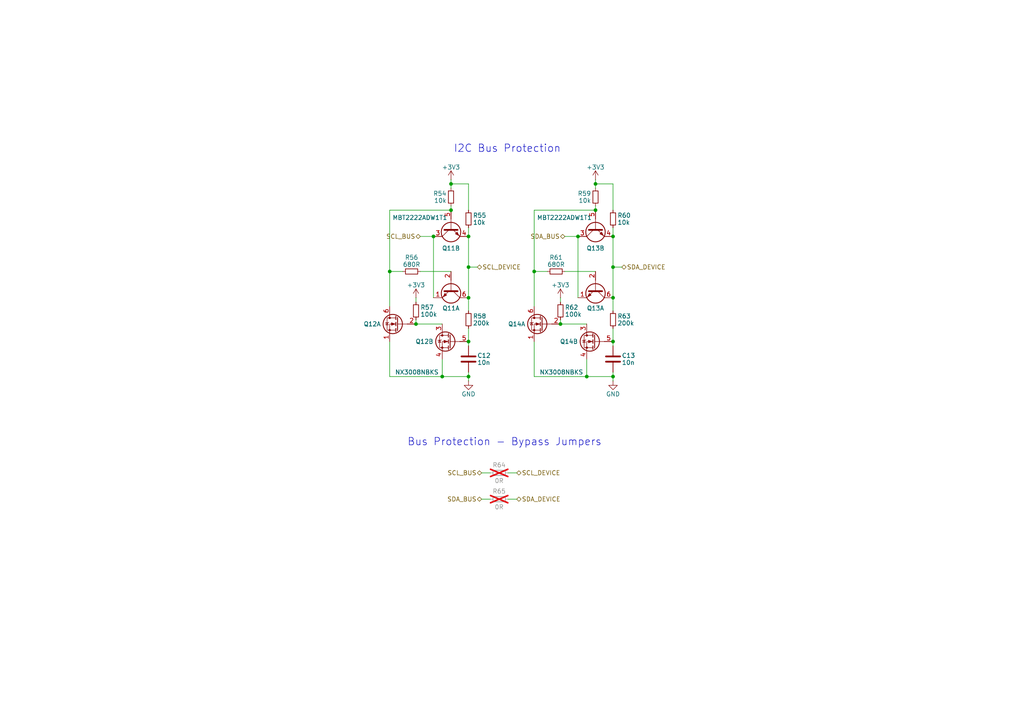
<source format=kicad_sch>
(kicad_sch (version 20250114) (generator "eeschema") (generator_version "9.0")
  (paper "A4")
  (title_block (title "Argus Batteryboard") (date "2025-01-08") (rev "v3.0") (company "Carnegie Mellon University") (comment 1 "M. Holliday") (comment 2 "N. Khera") (comment 3 "V. Rajesh"))
  (lib_symbols
    (symbol "Device:C" (pin_numbers (hide yes)) (pin_names (offset 0.254))
      (property "Reference" "C" (at 0.635 2.54 0))
      (property "Value" "C" (at 0.635 -2.54 0))
      (symbol "C_0_1"
        (polyline (pts (xy -2.032 0.762) (xy 2.032 0.762)) (stroke (width 0.508)))
        (polyline (pts (xy -2.032 -0.762) (xy 2.032 -0.762)) (stroke (width 0.508)))
      )
      (symbol "C_1_1"
        (pin passive line (at 0 3.81 270) (length 2.794) (name "~") (number "1"))
        (pin passive line (at 0 -3.81 90) (length 2.794) (name "~") (number "2"))
      )
    )
    (symbol "Device:Q_Dual_NMOS_S1G1D2S2G2D1" (pin_names (offset 0) (hide yes))
      (property "Reference" "Q" (at 6.35 1.27 0))
      (property "Value" "Q_Dual_NMOS_S1G1D2S2G2D1" (at 19.05 -1.27 0))
      (symbol "Q_Dual_NMOS_S1G1D2S2G2D1_0_1"
        (polyline (pts (xy 0.254 1.905) (xy 0.254 -1.905)) (stroke (width 0.254)))
        (polyline (pts (xy 0.254 0) (xy -2.54 0)))
        (polyline (pts (xy 0.762 2.286) (xy 0.762 1.27)) (stroke (width 0.254)))
        (polyline (pts (xy 0.762 0.508) (xy 0.762 -0.508)) (stroke (width 0.254)))
        (polyline (pts (xy 0.762 -1.27) (xy 0.762 -2.286)) (stroke (width 0.254)))
        (polyline (pts (xy 0.762 -1.778) (xy 3.302 -1.778) (xy 3.302 1.778) (xy 0.762 1.778)))
        (polyline (pts (xy 1.016 0) (xy 2.032 0.381) (xy 2.032 -0.381) (xy 1.016 0)) (fill (type outline)))
        (circle (center 1.651 0) (radius 2.794) (stroke (width 0.254)))
        (polyline (pts (xy 2.54 2.54) (xy 2.54 1.778)))
        (circle (center 2.54 1.778) (radius 0.254) (fill (type outline)))
        (circle (center 2.54 -1.778) (radius 0.254) (fill (type outline)))
        (polyline (pts (xy 2.54 -2.54) (xy 2.54 0) (xy 0.762 0)))
        (polyline (pts (xy 2.794 0.508) (xy 2.921 0.381) (xy 3.683 0.381) (xy 3.81 0.254)))
        (polyline (pts (xy 3.302 0.381) (xy 2.921 -0.254) (xy 3.683 -0.254) (xy 3.302 0.381)))
      )
      (symbol "Q_Dual_NMOS_S1G1D2S2G2D1_1_1"
        (pin input line (at -5.08 0 0) (length 2.54) (name "G") (number "2"))
        (pin passive line (at 2.54 5.08 270) (length 2.54) (name "D") (number "6"))
        (pin passive line (at 2.54 -5.08 90) (length 2.54) (name "S") (number "1"))
      )
      (symbol "Q_Dual_NMOS_S1G1D2S2G2D1_2_1"
        (pin input line (at -5.08 0 0) (length 2.54) (name "G") (number "5"))
        (pin passive line (at 2.54 5.08 270) (length 2.54) (name "D") (number "3"))
        (pin passive line (at 2.54 -5.08 90) (length 2.54) (name "S") (number "4"))
      )
    )
    (symbol "Device:R_Small" (pin_numbers (hide yes)) (pin_names (offset 0.254) (hide yes))
      (property "Reference" "R" (at 0 0 90))
      (property "Value" "R_Small" (at 1.778 0 90))
      (symbol "R_Small_0_1"
        (rectangle (start -0.762 1.778) (end 0.762 -1.778) (stroke (width 0.2032)))
      )
      (symbol "R_Small_1_1"
        (pin passive line (at 0 2.54 270) (length 0.762) (name "~") (number "1"))
        (pin passive line (at 0 -2.54 90) (length 0.762) (name "~") (number "2"))
      )
    )
    (symbol "Transistor_BJT:MBT2222ADW1T1" (pin_names (offset 0) (hide yes))
      (property "Reference" "Q" (at 5.08 1.27 0))
      (property "Value" "MBT2222ADW1T1" (at 5.08 -1.27 0))
      (symbol "MBT2222ADW1T1_0_1"
        (polyline (pts (xy 0.635 1.905) (xy 0.635 -1.905)) (stroke (width 0.508)))
        (polyline (pts (xy 0.635 0.635) (xy 2.54 2.54)))
        (polyline (pts (xy 0.635 0) (xy -2.54 0)))
        (polyline (pts (xy 0.635 -0.635) (xy 2.54 -2.54)))
        (circle (center 1.27 0) (radius 2.8194) (stroke (width 0.254)))
        (polyline (pts (xy 1.27 -1.778) (xy 1.778 -1.27) (xy 2.286 -2.286) (xy 1.27 -1.778)) (fill (type outline)))
      )
      (symbol "MBT2222ADW1T1_1_1"
        (pin input line (at -5.08 0 0) (length 2.54) (name "B1") (number "2"))
        (pin passive line (at 2.54 5.08 270) (length 2.54) (name "C1") (number "6"))
        (pin passive line (at 2.54 -5.08 90) (length 2.54) (name "E1") (number "1"))
      )
      (symbol "MBT2222ADW1T1_2_1"
        (pin input line (at -5.08 0 0) (length 2.54) (name "B2") (number "5"))
        (pin passive line (at 2.54 5.08 270) (length 2.54) (name "C2") (number "3"))
        (pin passive line (at 2.54 -5.08 90) (length 2.54) (name "E2") (number "4"))
      )
    )
    (symbol "power:+3V3" (power) (pin_numbers (hide yes)) (pin_names (offset 0) (hide yes))
      (property "Value" "+3V3" (at 0 3.556 0))
      (symbol "+3V3_0_1"
        (polyline (pts (xy -0.762 1.27) (xy 0 2.54)))
        (polyline (pts (xy 0 2.54) (xy 0.762 1.27)))
        (polyline (pts (xy 0 0) (xy 0 2.54)))
      )
      (symbol "+3V3_1_1"
        (pin power_in line (at 0 0 90) (length 0) (name "~") (number "1"))
      )
    )
    (symbol "power:GND" (power) (pin_numbers (hide yes)) (pin_names (offset 0) (hide yes))
      (property "Value" "GND" (at 0 -3.81 0))
      (symbol "GND_0_1"
        (polyline (pts (xy 0 0) (xy 0 -1.27) (xy 1.27 -1.27) (xy 0 -2.54) (xy -1.27 -1.27) (xy 0 -1.27)))
      )
      (symbol "GND_1_1"
        (pin power_in line (at 0 0 270) (length 0) (name "~") (number "1"))
      )
    )
  )
  (text "I2C Bus Protection" (at 131.572 44.45 0) (effects (font (size 2.159 2.159)) (justify left bottom)))
  (text "Bus Protection - Bypass Jumpers" (at 118.11 129.54 0) (effects (font (size 2.159 2.159)) (justify left bottom)))
  (junction (at 135.89 68.58))
  (junction (at 113.03 78.74))
  (junction (at 177.8 109.22))
  (junction (at 167.64 68.58))
  (junction (at 130.81 53.34))
  (junction (at 154.94 78.74))
  (junction (at 135.89 109.22))
  (junction (at 135.89 86.36))
  (junction (at 177.8 77.47))
  (junction (at 177.8 86.36))
  (junction (at 162.56 93.98))
  (junction (at 172.72 53.34))
  (junction (at 125.73 68.58))
  (junction (at 135.89 99.06))
  (junction (at 128.27 109.22))
  (junction (at 135.89 77.47))
  (junction (at 177.8 68.58))
  (junction (at 120.65 93.98))
  (junction (at 170.18 109.22))
  (junction (at 177.8 99.06))
  (junction (at 130.81 60.96))
  (junction (at 172.72 60.96))
  (wire (pts (xy 135.89 110.49) (xy 135.89 109.22)))
  (wire (pts (xy 167.64 68.58) (xy 167.64 86.36)))
  (wire (pts (xy 120.65 93.98) (xy 128.27 93.98)))
  (wire (pts (xy 154.94 88.9) (xy 154.94 78.74)))
  (wire (pts (xy 177.8 86.36) (xy 177.8 77.47)))
  (wire (pts (xy 130.81 59.69) (xy 130.81 60.96)))
  (wire (pts (xy 121.92 78.74) (xy 130.81 78.74)))
  (wire (pts (xy 177.8 77.47) (xy 177.8 68.58)))
  (wire (pts (xy 154.94 78.74) (xy 158.75 78.74)))
  (wire (pts (xy 177.8 66.04) (xy 177.8 68.58)))
  (wire (pts (xy 170.18 104.14) (xy 170.18 109.22)))
  (wire (pts (xy 113.03 99.06) (xy 113.03 109.22)))
  (wire (pts (xy 135.89 53.34) (xy 135.89 60.96)))
  (wire (pts (xy 154.94 99.06) (xy 154.94 109.22)))
  (wire (pts (xy 147.32 144.78) (xy 149.86 144.78)))
  (wire (pts (xy 172.72 53.34) (xy 172.72 54.61)))
  (wire (pts (xy 177.8 53.34) (xy 172.72 53.34)))
  (wire (pts (xy 121.92 68.58) (xy 125.73 68.58)))
  (wire (pts (xy 177.8 95.25) (xy 177.8 99.06)))
  (wire (pts (xy 154.94 60.96) (xy 172.72 60.96)))
  (wire (pts (xy 177.8 86.36) (xy 177.8 90.17)))
  (wire (pts (xy 135.89 109.22) (xy 135.89 107.95)))
  (wire (pts (xy 177.8 100.33) (xy 177.8 99.06)))
  (wire (pts (xy 135.89 86.36) (xy 135.89 77.47)))
  (wire (pts (xy 139.7 144.78) (xy 142.24 144.78)))
  (wire (pts (xy 120.65 86.36) (xy 120.65 87.63)))
  (wire (pts (xy 113.03 78.74) (xy 116.84 78.74)))
  (wire (pts (xy 120.65 92.71) (xy 120.65 93.98)))
  (wire (pts (xy 163.83 78.74) (xy 172.72 78.74)))
  (wire (pts (xy 154.94 109.22) (xy 170.18 109.22)))
  (wire (pts (xy 177.8 53.34) (xy 177.8 60.96)))
  (wire (pts (xy 128.27 109.22) (xy 135.89 109.22)))
  (wire (pts (xy 128.27 104.14) (xy 128.27 109.22)))
  (wire (pts (xy 162.56 93.98) (xy 170.18 93.98)))
  (wire (pts (xy 170.18 109.22) (xy 177.8 109.22)))
  (wire (pts (xy 130.81 53.34) (xy 130.81 54.61)))
  (wire (pts (xy 172.72 59.69) (xy 172.72 60.96)))
  (wire (pts (xy 113.03 78.74) (xy 113.03 60.96)))
  (wire (pts (xy 125.73 68.58) (xy 125.73 86.36)))
  (wire (pts (xy 162.56 92.71) (xy 162.56 93.98)))
  (wire (pts (xy 138.43 77.47) (xy 135.89 77.47)))
  (wire (pts (xy 163.83 68.58) (xy 167.64 68.58)))
  (wire (pts (xy 130.81 52.07) (xy 130.81 53.34)))
  (wire (pts (xy 135.89 86.36) (xy 135.89 90.17)))
  (wire (pts (xy 154.94 78.74) (xy 154.94 60.96)))
  (wire (pts (xy 113.03 88.9) (xy 113.03 78.74)))
  (wire (pts (xy 162.56 86.36) (xy 162.56 87.63)))
  (wire (pts (xy 113.03 60.96) (xy 130.81 60.96)))
  (wire (pts (xy 177.8 110.49) (xy 177.8 109.22)))
  (wire (pts (xy 139.7 137.16) (xy 142.24 137.16)))
  (wire (pts (xy 130.81 53.34) (xy 135.89 53.34)))
  (wire (pts (xy 172.72 52.07) (xy 172.72 53.34)))
  (wire (pts (xy 180.34 77.47) (xy 177.8 77.47)))
  (wire (pts (xy 113.03 109.22) (xy 128.27 109.22)))
  (wire (pts (xy 135.89 77.47) (xy 135.89 68.58)))
  (wire (pts (xy 135.89 100.33) (xy 135.89 99.06)))
  (wire (pts (xy 147.32 137.16) (xy 149.86 137.16)))
  (wire (pts (xy 135.89 95.25) (xy 135.89 99.06)))
  (wire (pts (xy 135.89 66.04) (xy 135.89 68.58)))
  (wire (pts (xy 177.8 109.22) (xy 177.8 107.95)))
  (hierarchical_label "SCL_BUS" (shape bidirectional) (at 139.7 137.16 180))
  (hierarchical_label "SDA_BUS" (shape bidirectional) (at 163.83 68.58 180))
  (hierarchical_label "SDA_DEVICE" (shape bidirectional) (at 180.34 77.47 0))
  (hierarchical_label "SCL_DEVICE" (shape bidirectional) (at 149.86 137.16 0))
  (hierarchical_label "SCL_BUS" (shape bidirectional) (at 121.92 68.58 180))
  (hierarchical_label "SDA_DEVICE" (shape bidirectional) (at 149.86 144.78 0))
  (hierarchical_label "SCL_DEVICE" (shape bidirectional) (at 138.43 77.47 0))
  (hierarchical_label "SDA_BUS" (shape bidirectional) (at 139.7 144.78 180))
  (symbol (lib_id "Device:Q_Dual_NMOS_S1G1D2S2G2D1") (at 172.72 99.06 0) (mirror y) (unit 2)
    (property "Reference" "Q14" (at 167.64 99.06 0) (effects (justify left)))
    (property "Value" "NX3008NBKS" (effects (hide yes)))
    (property "Footprint" "Package_TO_SOT_SMD:SOT-363_SC-70-6" (effects (hide yes)))
    (property "Description" "Dual NMOS transistor, 6 pin package" (effects (hide yes)))
    (property "MPN" "C3280240" (effects (hide yes)))
  )
  (symbol (lib_id "Transistor_BJT:MBT2222ADW1T1") (at 172.72 66.04 90) (mirror x) (unit 2)
    (property "Reference" "Q13" (at 172.72 72.009 90))
    (property "Value" "MBT2222ADW1T1" (at 163.703 63.119 90))
    (property "Footprint" "Package_TO_SOT_SMD:SOT-363_SC-70-6" (effects (hide yes)))
    (property "Datasheet" "http://www.onsemi.com/pub_link/Collateral/MBT2222ADW1T1-D.PDF" (effects (hide yes)))
    (property "Description" "600mA IC, 40V Vce, Dual NPN/NPN Transistors, SOT-363" (effects (hide yes)))
    (property "Flight" "MBT2222ADW1T1G" (effects (hide yes)))
    (property "Manufacturer_Name" "ON Semiconductor" (effects (hide yes)))
    (property "Manufacturer_Part_Number" "MBT2222ADW1T1G" (effects (hide yes)))
    (property "Proto" "MBT2222ADW1T1G" (effects (hide yes)))
  )
  (symbol (lib_id "power:GND") (at 177.8 110.49 0) (unit 1)
    (property "Reference" "#PWR08" (effects (hide yes)))
    (property "Value" "GND" (at 177.8 114.3 0))
    (property "Description" "Power symbol creates a global label with name \"GND\" , ground" (effects (hide yes)))
  )
  (symbol (lib_id "power:+3V3") (at 162.56 86.36 0) (unit 1)
    (property "Reference" "#PWR06" (effects (hide yes)))
    (property "Value" "+3V3" (at 162.56 82.677 0))
    (property "Description" "Power symbol creates a global label with name \"+3V3\"" (effects (hide yes)))
  )
  (symbol (lib_id "Device:R_Small") (at 144.78 144.78 270) (unit 1) (in_bom no) (dnp yes)
    (property "Reference" "R65" (at 144.78 142.494 90))
    (property "Value" "0R" (at 144.78 147.066 90))
    (property "Footprint" "Resistor_SMD:R_0603_1608Metric" (effects (hide yes)))
    (property "Description" "Resistor, small symbol" (effects (hide yes)))
    (property "DNI" "DNI" (effects (hide yes)))
  )
  (symbol (lib_id "power:+3V3") (at 120.65 86.36 0) (unit 1)
    (property "Reference" "#PWR02" (effects (hide yes)))
    (property "Value" "+3V3" (at 120.65 82.677 0))
    (property "Description" "Power symbol creates a global label with name \"+3V3\"" (effects (hide yes)))
  )
  (symbol (lib_id "Transistor_BJT:MBT2222ADW1T1") (at 130.81 66.04 90) (mirror x) (unit 2)
    (property "Reference" "Q11" (at 130.81 72.009 90))
    (property "Value" "MBT2222ADW1T1" (at 121.793 63.119 90))
    (property "Footprint" "Package_TO_SOT_SMD:SOT-363_SC-70-6" (effects (hide yes)))
    (property "Datasheet" "http://www.onsemi.com/pub_link/Collateral/MBT2222ADW1T1-D.PDF" (effects (hide yes)))
    (property "Description" "600mA IC, 40V Vce, Dual NPN/NPN Transistors, SOT-363" (effects (hide yes)))
    (property "Flight" "MBT2222ADW1T1G" (effects (hide yes)))
    (property "Manufacturer_Name" "ON Semiconductor" (effects (hide yes)))
    (property "Manufacturer_Part_Number" "MBT2222ADW1T1G" (effects (hide yes)))
    (property "Proto" "MBT2222ADW1T1G" (effects (hide yes)))
  )
  (symbol (lib_id "Device:R_Small") (at 177.8 92.71 0) (unit 1)
    (property "Reference" "R63" (at 179.07 91.694 0) (effects (justify left)))
    (property "Value" "200k" (at 179.07 93.726 0) (effects (justify left)))
    (property "Footprint" "Resistor_SMD:R_0603_1608Metric" (effects (hide yes)))
    (property "Description" "Resistor, small symbol" (effects (hide yes)))
    (property "MPN" "C118142" (effects (hide yes)))
  )
  (symbol (lib_id "Device:R_Small") (at 172.72 57.15 0) (unit 1)
    (property "Reference" "R59" (at 171.45 56.134 0) (effects (justify right)))
    (property "Value" "10k" (at 171.45 58.166 0) (effects (justify right)))
    (property "Footprint" "Resistor_SMD:R_0603_1608Metric" (effects (hide yes)))
    (property "Description" "Resistor, small symbol" (effects (hide yes)))
    (property "MPN" "C2479067" (effects (hide yes)))
  )
  (symbol (lib_id "Device:R_Small") (at 130.81 57.15 0) (unit 1)
    (property "Reference" "R54" (at 129.54 56.134 0) (effects (justify right)))
    (property "Value" "10k" (at 129.54 58.166 0) (effects (justify right)))
    (property "Footprint" "Resistor_SMD:R_0603_1608Metric" (effects (hide yes)))
    (property "Description" "Resistor, small symbol" (effects (hide yes)))
    (property "MPN" "C2479067" (effects (hide yes)))
  )
  (symbol (lib_id "Device:R_Small") (at 161.29 78.74 270) (unit 1)
    (property "Reference" "R61" (at 161.29 74.676 90))
    (property "Value" "680R" (at 161.29 76.708 90))
    (property "Footprint" "Resistor_SMD:R_0603_1608Metric" (effects (hide yes)))
    (property "Description" "Resistor, small symbol" (effects (hide yes)))
    (property "MPN" "C844802" (effects (hide yes)))
  )
  (symbol (lib_id "power:+3V3") (at 172.72 52.07 0) (unit 1)
    (property "Reference" "#PWR07" (effects (hide yes)))
    (property "Value" "+3V3" (at 172.72 48.514 0))
    (property "Description" "Power symbol creates a global label with name \"+3V3\"" (effects (hide yes)))
  )
  (symbol (lib_id "power:GND") (at 135.89 110.49 0) (unit 1)
    (property "Reference" "#PWR05" (effects (hide yes)))
    (property "Value" "GND" (at 135.89 114.3 0))
    (property "Description" "Power symbol creates a global label with name \"GND\" , ground" (effects (hide yes)))
  )
  (symbol (lib_id "Device:C") (at 177.8 104.14 0) (unit 1)
    (property "Reference" "C13" (at 180.34 103.124 0) (effects (justify left)))
    (property "Value" "10n" (at 180.34 105.156 0) (effects (justify left)))
    (property "Footprint" "Capacitor_SMD:C_0603_1608Metric" (effects (hide yes)))
    (property "Description" "Unpolarized capacitor" (effects (hide yes)))
    (property "MPN" "C161232" (effects (hide yes)))
  )
  (symbol (lib_id "Device:Q_Dual_NMOS_S1G1D2S2G2D1") (at 130.81 99.06 0) (mirror y) (unit 2)
    (property "Reference" "Q12" (at 125.73 99.06 0) (effects (justify left)))
    (property "Value" "NX3008NBKS" (effects (hide yes)))
    (property "Footprint" "Package_TO_SOT_SMD:SOT-363_SC-70-6" (effects (hide yes)))
    (property "Description" "Dual NMOS transistor, 6 pin package" (effects (hide yes)))
    (property "MPN" "C3280240" (effects (hide yes)))
  )
  (symbol (lib_id "Device:R_Small") (at 162.56 90.17 0) (unit 1)
    (property "Reference" "R62" (at 163.83 89.154 0) (effects (justify left)))
    (property "Value" "100k" (at 163.83 91.186 0) (effects (justify left)))
    (property "Footprint" "Resistor_SMD:R_0603_1608Metric" (effects (hide yes)))
    (property "Description" "Resistor, small symbol" (effects (hide yes)))
    (property "MPN" "C237792" (effects (hide yes)))
  )
  (symbol (lib_id "Device:R_Small") (at 177.8 63.5 0) (unit 1)
    (property "Reference" "R60" (at 179.07 62.484 0) (effects (justify left)))
    (property "Value" "10k" (at 179.07 64.516 0) (effects (justify left)))
    (property "Footprint" "Resistor_SMD:R_0603_1608Metric" (effects (hide yes)))
    (property "Description" "Resistor, small symbol" (effects (hide yes)))
    (property "MPN" "C2479067" (effects (hide yes)))
  )
  (symbol (lib_id "Device:C") (at 135.89 104.14 0) (unit 1)
    (property "Reference" "C12" (at 138.43 103.124 0) (effects (justify left)))
    (property "Value" "10n" (at 138.43 105.156 0) (effects (justify left)))
    (property "Footprint" "Capacitor_SMD:C_0603_1608Metric" (effects (hide yes)))
    (property "Description" "Unpolarized capacitor" (effects (hide yes)))
    (property "MPN" "C161232" (effects (hide yes)))
  )
  (symbol (lib_id "Device:Q_Dual_NMOS_S1G1D2S2G2D1") (at 115.57 93.98 0) (mirror y) (unit 1)
    (property "Reference" "Q12" (at 110.49 93.98 0) (effects (justify left)))
    (property "Value" "NX3008NBKS" (at 127.254 107.95 0) (effects (justify left)))
    (property "Footprint" "Package_TO_SOT_SMD:SOT-363_SC-70-6" (effects (hide yes)))
    (property "Description" "Dual NMOS transistor, 6 pin package" (effects (hide yes)))
    (property "MPN" "C3280240" (effects (hide yes)))
  )
  (symbol (lib_id "power:+3V3") (at 130.81 52.07 0) (unit 1)
    (property "Reference" "#PWR04" (effects (hide yes)))
    (property "Value" "+3V3" (at 130.81 48.514 0))
    (property "Description" "Power symbol creates a global label with name \"+3V3\"" (effects (hide yes)))
  )
  (symbol (lib_id "Transistor_BJT:MBT2222ADW1T1") (at 130.81 83.82 270) (unit 1)
    (property "Reference" "Q11" (at 130.81 89.408 90))
    (property "Value" "MBT2222ADW1T1" (effects (hide yes)))
    (property "Footprint" "Package_TO_SOT_SMD:SOT-363_SC-70-6" (effects (hide yes)))
    (property "Datasheet" "http://www.onsemi.com/pub_link/Collateral/MBT2222ADW1T1-D.PDF" (effects (hide yes)))
    (property "Description" "600mA IC, 40V Vce, Dual NPN/NPN Transistors, SOT-363" (effects (hide yes)))
    (property "Flight" "MBT2222ADW1T1G" (effects (hide yes)))
    (property "Manufacturer_Name" "ON Semiconductor" (effects (hide yes)))
    (property "Manufacturer_Part_Number" "MBT2222ADW1T1G" (effects (hide yes)))
    (property "Proto" "MBT2222ADW1T1G" (effects (hide yes)))
  )
  (symbol (lib_id "Device:R_Small") (at 135.89 92.71 0) (unit 1)
    (property "Reference" "R58" (at 137.16 91.694 0) (effects (justify left)))
    (property "Value" "200k" (at 137.16 93.726 0) (effects (justify left)))
    (property "Footprint" "Resistor_SMD:R_0603_1608Metric" (effects (hide yes)))
    (property "Description" "Resistor, small symbol" (effects (hide yes)))
    (property "MPN" "C118142" (effects (hide yes)))
  )
  (symbol (lib_id "Transistor_BJT:MBT2222ADW1T1") (at 172.72 83.82 270) (unit 1)
    (property "Reference" "Q13" (at 172.72 89.408 90))
    (property "Value" "MBT2222ADW1T1" (effects (hide yes)))
    (property "Footprint" "Package_TO_SOT_SMD:SOT-363_SC-70-6" (effects (hide yes)))
    (property "Datasheet" "http://www.onsemi.com/pub_link/Collateral/MBT2222ADW1T1-D.PDF" (effects (hide yes)))
    (property "Description" "600mA IC, 40V Vce, Dual NPN/NPN Transistors, SOT-363" (effects (hide yes)))
    (property "Flight" "MBT2222ADW1T1G" (effects (hide yes)))
    (property "Manufacturer_Name" "ON Semiconductor" (effects (hide yes)))
    (property "Manufacturer_Part_Number" "MBT2222ADW1T1G" (effects (hide yes)))
    (property "Proto" "MBT2222ADW1T1G" (effects (hide yes)))
  )
  (symbol (lib_id "Device:R_Small") (at 119.38 78.74 270) (unit 1)
    (property "Reference" "R56" (at 119.38 74.676 90))
    (property "Value" "680R" (at 119.38 76.708 90))
    (property "Footprint" "Resistor_SMD:R_0603_1608Metric" (effects (hide yes)))
    (property "Description" "Resistor, small symbol" (effects (hide yes)))
    (property "MPN" "C844802" (effects (hide yes)))
  )
  (symbol (lib_id "Device:Q_Dual_NMOS_S1G1D2S2G2D1") (at 157.48 93.98 0) (mirror y) (unit 1)
    (property "Reference" "Q14" (at 152.4 93.98 0) (effects (justify left)))
    (property "Value" "NX3008NBKS" (at 169.164 107.95 0) (effects (justify left)))
    (property "Footprint" "Package_TO_SOT_SMD:SOT-363_SC-70-6" (effects (hide yes)))
    (property "Description" "Dual NMOS transistor, 6 pin package" (effects (hide yes)))
    (property "MPN" "C3280240" (effects (hide yes)))
  )
  (symbol (lib_id "Device:R_Small") (at 135.89 63.5 0) (unit 1)
    (property "Reference" "R55" (at 137.16 62.484 0) (effects (justify left)))
    (property "Value" "10k" (at 137.16 64.516 0) (effects (justify left)))
    (property "Footprint" "Resistor_SMD:R_0603_1608Metric" (effects (hide yes)))
    (property "Description" "Resistor, small symbol" (effects (hide yes)))
    (property "MPN" "C2479067" (effects (hide yes)))
  )
  (symbol (lib_id "Device:R_Small") (at 144.78 137.16 270) (unit 1) (in_bom no) (dnp yes)
    (property "Reference" "R64" (at 144.78 134.874 90))
    (property "Value" "0R" (at 144.78 139.446 90))
    (property "Footprint" "Resistor_SMD:R_0603_1608Metric" (effects (hide yes)))
    (property "Description" "Resistor, small symbol" (effects (hide yes)))
    (property "DNI" "DNI" (effects (hide yes)))
  )
  (symbol (lib_id "Device:R_Small") (at 120.65 90.17 0) (unit 1)
    (property "Reference" "R57" (at 121.92 89.154 0) (effects (justify left)))
    (property "Value" "100k" (at 121.92 91.186 0) (effects (justify left)))
    (property "Footprint" "Resistor_SMD:R_0603_1608Metric" (effects (hide yes)))
    (property "Description" "Resistor, small symbol" (effects (hide yes)))
    (property "MPN" "C237792" (effects (hide yes)))
  )
)
</source>
